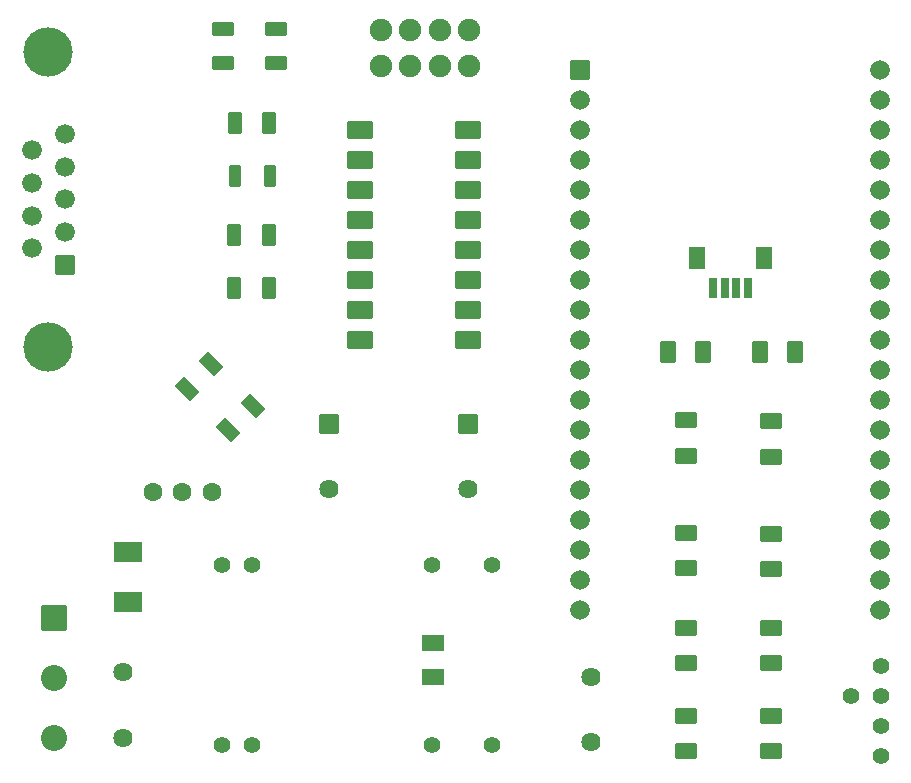
<source format=gbr>
%TF.GenerationSoftware,KiCad,Pcbnew,9.0.0*%
%TF.CreationDate,2025-05-02T07:07:21-06:00*%
%TF.ProjectId,schematic_Mk2.1,73636865-6d61-4746-9963-5f4d6b322e31,rev?*%
%TF.SameCoordinates,Original*%
%TF.FileFunction,Soldermask,Bot*%
%TF.FilePolarity,Negative*%
%FSLAX46Y46*%
G04 Gerber Fmt 4.6, Leading zero omitted, Abs format (unit mm)*
G04 Created by KiCad (PCBNEW 9.0.0) date 2025-05-02 07:07:21*
%MOMM*%
%LPD*%
G01*
G04 APERTURE LIST*
G04 Aperture macros list*
%AMRoundRect*
0 Rectangle with rounded corners*
0 $1 Rounding radius*
0 $2 $3 $4 $5 $6 $7 $8 $9 X,Y pos of 4 corners*
0 Add a 4 corners polygon primitive as box body*
4,1,4,$2,$3,$4,$5,$6,$7,$8,$9,$2,$3,0*
0 Add four circle primitives for the rounded corners*
1,1,$1+$1,$2,$3*
1,1,$1+$1,$4,$5*
1,1,$1+$1,$6,$7*
1,1,$1+$1,$8,$9*
0 Add four rect primitives between the rounded corners*
20,1,$1+$1,$2,$3,$4,$5,0*
20,1,$1+$1,$4,$5,$6,$7,0*
20,1,$1+$1,$6,$7,$8,$9,0*
20,1,$1+$1,$8,$9,$2,$3,0*%
G04 Aperture macros list end*
%ADD10RoundRect,0.050800X-1.045000X-0.695000X1.045000X-0.695000X1.045000X0.695000X-1.045000X0.695000X0*%
%ADD11C,1.901600*%
%ADD12C,1.625600*%
%ADD13C,1.422400*%
%ADD14RoundRect,0.050800X-0.780000X-0.780000X0.780000X-0.780000X0.780000X0.780000X-0.780000X0.780000X0*%
%ADD15C,1.661600*%
%ADD16C,1.600200*%
%ADD17RoundRect,0.050800X-0.787500X0.787500X-0.787500X-0.787500X0.787500X-0.787500X0.787500X0.787500X0*%
%ADD18C,1.676600*%
%ADD19C,4.167600*%
%ADD20RoundRect,0.050800X-0.762000X0.762000X-0.762000X-0.762000X0.762000X-0.762000X0.762000X0.762000X0*%
%ADD21RoundRect,0.050800X-1.050000X1.050000X-1.050000X-1.050000X1.050000X-1.050000X1.050000X1.050000X0*%
%ADD22C,2.201600*%
%ADD23C,1.409600*%
%ADD24RoundRect,0.050800X0.304800X0.774700X-0.304800X0.774700X-0.304800X-0.774700X0.304800X-0.774700X0*%
%ADD25RoundRect,0.050800X0.596900X0.901700X-0.596900X0.901700X-0.596900X-0.901700X0.596900X-0.901700X0*%
%ADD26RoundRect,0.050800X-0.585000X-0.885000X0.585000X-0.885000X0.585000X0.885000X-0.585000X0.885000X0*%
%ADD27RoundRect,0.050800X0.885000X-0.585000X0.885000X0.585000X-0.885000X0.585000X-0.885000X-0.585000X0*%
%ADD28RoundRect,0.050800X-0.525000X-0.860000X0.525000X-0.860000X0.525000X0.860000X-0.525000X0.860000X0*%
%ADD29RoundRect,0.050800X0.236881X-0.979343X0.979343X-0.236881X-0.236881X0.979343X-0.979343X0.236881X0*%
%ADD30RoundRect,0.050800X-1.104900X0.825500X-1.104900X-0.825500X1.104900X-0.825500X1.104900X0.825500X0*%
%ADD31RoundRect,0.050800X-0.860000X0.525000X-0.860000X-0.525000X0.860000X-0.525000X0.860000X0.525000X0*%
%ADD32RoundRect,0.050800X-0.445000X-0.840000X0.445000X-0.840000X0.445000X0.840000X-0.445000X0.840000X0*%
%ADD33RoundRect,0.050800X-0.885000X0.585000X-0.885000X-0.585000X0.885000X-0.585000X0.885000X0.585000X0*%
%ADD34RoundRect,0.050800X-0.910000X0.600000X-0.910000X-0.600000X0.910000X-0.600000X0.910000X0.600000X0*%
G04 APERTURE END LIST*
D10*
%TO.C,U2*%
X140740000Y-85890000D03*
X140740000Y-83350000D03*
X140740000Y-80810000D03*
X140740000Y-78270000D03*
X140740000Y-75730000D03*
X140740000Y-73190000D03*
X140740000Y-70650000D03*
X140740000Y-68110000D03*
X131660000Y-68110000D03*
X131660000Y-70650000D03*
X131660000Y-73190000D03*
X131660000Y-75730000D03*
X131660000Y-78270000D03*
X131660000Y-80810000D03*
X131660000Y-83350000D03*
X131660000Y-85890000D03*
%TD*%
D11*
%TO.C,J5*%
X140900000Y-59650000D03*
X140900000Y-62750000D03*
X138400000Y-59650000D03*
X138400000Y-62750000D03*
X135900000Y-59650000D03*
X135900000Y-62750000D03*
X133400000Y-59650000D03*
X133400000Y-62750000D03*
%TD*%
D12*
%TO.C,RF1*%
X111550000Y-114061700D03*
X111550000Y-119573500D03*
%TD*%
D13*
%TO.C,S1*%
X175750000Y-113509150D03*
X175750000Y-116049150D03*
X175750000Y-118589150D03*
X175750000Y-121129150D03*
X173210000Y-116049150D03*
%TD*%
D14*
%TO.C,U1*%
X150250000Y-63029150D03*
D15*
X150250000Y-65569150D03*
X150250000Y-68109150D03*
X150250000Y-70649150D03*
X150250000Y-73189150D03*
X150250000Y-75729150D03*
X150250000Y-78269150D03*
X150250000Y-80809150D03*
X150250000Y-83349150D03*
X150250000Y-85889150D03*
X150250000Y-88429150D03*
X150250000Y-90969150D03*
X150250000Y-93509150D03*
X150250000Y-96049150D03*
X150250000Y-98589150D03*
X150250000Y-101129150D03*
X150250000Y-103669150D03*
X150250000Y-106209150D03*
X150250000Y-108749150D03*
X175650000Y-63029150D03*
X175650000Y-65569150D03*
X175650000Y-68109150D03*
X175650000Y-70649150D03*
X175650000Y-73189150D03*
X175650000Y-75729150D03*
X175650000Y-78269150D03*
X175650000Y-80809150D03*
X175650000Y-83349150D03*
X175650000Y-85889150D03*
X175650000Y-88429150D03*
X175650000Y-90969150D03*
X175650000Y-93509150D03*
X175650000Y-96049150D03*
X175650000Y-98589150D03*
X175650000Y-101129150D03*
X175650000Y-103669150D03*
X175650000Y-106209150D03*
X175650000Y-108749150D03*
%TD*%
D16*
%TO.C,J4*%
X114104900Y-98745100D03*
X116604900Y-98745100D03*
X119104900Y-98745100D03*
%TD*%
D17*
%TO.C,J1*%
X106670000Y-79545000D03*
D18*
X106670000Y-76775000D03*
X106670000Y-74005000D03*
X106670000Y-71235000D03*
X106670000Y-68465000D03*
X103830000Y-78160000D03*
X103830000Y-75390000D03*
X103830000Y-72620000D03*
X103830000Y-69850000D03*
D19*
X105250000Y-61510000D03*
X105250000Y-86500000D03*
%TD*%
D12*
%TO.C,RF2*%
X151210000Y-119989150D03*
X151210000Y-114477350D03*
%TD*%
D20*
%TO.C,C2*%
X140750000Y-93000000D03*
D12*
X140750000Y-98511800D03*
%TD*%
D21*
%TO.C,J2*%
X105725000Y-109415000D03*
D22*
X105725000Y-114495000D03*
X105725000Y-119575000D03*
%TD*%
D20*
%TO.C,C1*%
X129000000Y-93000000D03*
D12*
X129000000Y-98511800D03*
%TD*%
D23*
%TO.C,PS1*%
X119970000Y-120209150D03*
X122510000Y-120209150D03*
X137750000Y-120209150D03*
X142830000Y-120209150D03*
X142830000Y-104969150D03*
X137750000Y-104969150D03*
X122510000Y-104969150D03*
X119970000Y-104969150D03*
%TD*%
D24*
%TO.C,J3*%
X164500000Y-81527600D03*
X163499999Y-81527600D03*
X162500001Y-81527600D03*
X161500000Y-81527600D03*
D25*
X165799999Y-79002601D03*
X160200001Y-79002601D03*
%TD*%
D26*
%TO.C,R18*%
X157706000Y-86906000D03*
X160694000Y-86906000D03*
%TD*%
D27*
%TO.C,R11*%
X166400000Y-105294000D03*
X166400000Y-102306000D03*
%TD*%
%TO.C,R13*%
X166400000Y-113294000D03*
X166400000Y-110306000D03*
%TD*%
D28*
%TO.C,R6*%
X121000000Y-81500000D03*
X123920000Y-81500000D03*
%TD*%
D29*
%TO.C,R8*%
X120467624Y-93532376D03*
X122532376Y-91467624D03*
%TD*%
D30*
%TO.C,D1*%
X112000000Y-103879100D03*
X112000000Y-108120900D03*
%TD*%
D31*
%TO.C,R1*%
X124500000Y-59580000D03*
X124500000Y-62500000D03*
%TD*%
D28*
%TO.C,R5*%
X121000000Y-77000000D03*
X123920000Y-77000000D03*
%TD*%
D32*
%TO.C,R4*%
X121045000Y-72000000D03*
X124035000Y-72000000D03*
%TD*%
D28*
%TO.C,R3*%
X121040000Y-67500000D03*
X123960000Y-67500000D03*
%TD*%
D26*
%TO.C,R17*%
X165506000Y-86906000D03*
X168494000Y-86906000D03*
%TD*%
D33*
%TO.C,R10*%
X159200000Y-92706000D03*
X159200000Y-95694000D03*
%TD*%
%TO.C,R9*%
X166400000Y-92800000D03*
X166400000Y-95788000D03*
%TD*%
D27*
%TO.C,R12*%
X159200000Y-105200000D03*
X159200000Y-102212000D03*
%TD*%
D33*
%TO.C,R14*%
X159200000Y-110306000D03*
X159200000Y-113294000D03*
%TD*%
D27*
%TO.C,R16*%
X166400000Y-120694000D03*
X166400000Y-117706000D03*
%TD*%
D31*
%TO.C,R2*%
X120000000Y-59580000D03*
X120000000Y-62500000D03*
%TD*%
D27*
%TO.C,R15*%
X159200000Y-120694000D03*
X159200000Y-117706000D03*
%TD*%
D34*
%TO.C,C3*%
X137800000Y-111540000D03*
X137800000Y-114460000D03*
%TD*%
D29*
%TO.C,R7*%
X116967624Y-90032376D03*
X119032376Y-87967624D03*
%TD*%
M02*

</source>
